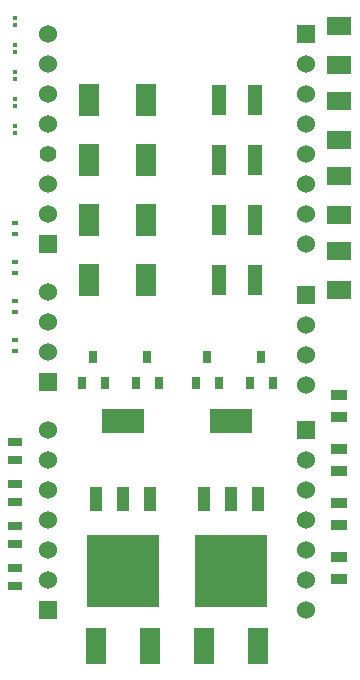
<source format=gbs>
G04 (created by PCBNEW (2013-07-07 BZR 4022)-stable) date 1/28/2014 6:44:28 PM*
%MOIN*%
G04 Gerber Fmt 3.4, Leading zero omitted, Abs format*
%FSLAX34Y34*%
G01*
G70*
G90*
G04 APERTURE LIST*
%ADD10C,0.00590551*%
%ADD11R,0.06X0.06*%
%ADD12C,0.06*%
%ADD13C,0.055*%
%ADD14R,0.065X0.12*%
%ADD15R,0.24X0.24*%
%ADD16R,0.0315X0.0394*%
%ADD17R,0.144X0.08*%
%ADD18R,0.04X0.08*%
%ADD19R,0.0236X0.0157*%
%ADD20R,0.015748X0.011811*%
%ADD21R,0.055X0.035*%
%ADD22R,0.08X0.06*%
%ADD23R,0.05X0.1*%
%ADD24R,0.045X0.025*%
%ADD25R,0.0709X0.1063*%
G04 APERTURE END LIST*
G54D10*
G54D11*
X83800Y-56400D03*
G54D12*
X83800Y-57400D03*
X83800Y-58400D03*
X83800Y-59400D03*
X83800Y-60400D03*
X83800Y-61400D03*
X83800Y-62400D03*
X83800Y-63400D03*
G54D11*
X75200Y-63400D03*
G54D12*
X75200Y-62400D03*
X75200Y-61400D03*
G54D13*
X75200Y-60400D03*
G54D12*
X75200Y-59400D03*
X75200Y-58400D03*
X75200Y-57400D03*
X75200Y-56400D03*
G54D11*
X83800Y-69600D03*
G54D12*
X83800Y-70600D03*
X83800Y-71600D03*
X83800Y-72600D03*
X83800Y-73600D03*
X83800Y-74600D03*
X83800Y-75600D03*
G54D11*
X75200Y-75600D03*
G54D12*
X75200Y-74600D03*
X75200Y-73600D03*
X75200Y-72600D03*
X75200Y-71600D03*
X75200Y-70600D03*
X75200Y-69600D03*
G54D11*
X83800Y-65100D03*
G54D12*
X83800Y-66100D03*
X83800Y-67100D03*
X83800Y-68100D03*
G54D11*
X75200Y-68000D03*
G54D12*
X75200Y-67000D03*
X75200Y-66000D03*
X75200Y-65000D03*
G54D14*
X78600Y-76800D03*
G54D15*
X77700Y-74300D03*
G54D14*
X76800Y-76800D03*
G54D16*
X76700Y-67167D03*
X76325Y-68033D03*
X77075Y-68033D03*
G54D17*
X77700Y-69300D03*
G54D18*
X77700Y-71900D03*
X76800Y-71900D03*
X78600Y-71900D03*
G54D19*
X74100Y-63077D03*
X74100Y-62723D03*
G54D20*
X74100Y-56118D03*
X74100Y-55881D03*
G54D21*
X84900Y-72775D03*
X84900Y-72025D03*
G54D22*
X84900Y-64950D03*
X84900Y-63650D03*
G54D23*
X80900Y-58600D03*
X82100Y-58600D03*
G54D14*
X82200Y-76800D03*
G54D15*
X81300Y-74300D03*
G54D14*
X80400Y-76800D03*
G54D17*
X81300Y-69300D03*
G54D18*
X81300Y-71900D03*
X80400Y-71900D03*
X82200Y-71900D03*
G54D16*
X78500Y-67167D03*
X78125Y-68033D03*
X78875Y-68033D03*
X80500Y-67167D03*
X80125Y-68033D03*
X80875Y-68033D03*
X82300Y-67167D03*
X81925Y-68033D03*
X82675Y-68033D03*
G54D20*
X74100Y-57018D03*
X74100Y-56781D03*
X74100Y-57918D03*
X74100Y-57681D03*
X74100Y-58581D03*
X74100Y-58818D03*
X74100Y-59718D03*
X74100Y-59481D03*
G54D19*
X74100Y-64023D03*
X74100Y-64377D03*
X74100Y-65323D03*
X74100Y-65677D03*
X74100Y-66623D03*
X74100Y-66977D03*
G54D24*
X74100Y-70600D03*
X74100Y-70000D03*
X74100Y-71400D03*
X74100Y-72000D03*
X74100Y-72800D03*
X74100Y-73400D03*
X74100Y-74800D03*
X74100Y-74200D03*
G54D21*
X84900Y-74575D03*
X84900Y-73825D03*
X84900Y-69175D03*
X84900Y-68425D03*
X84900Y-70225D03*
X84900Y-70975D03*
G54D22*
X84900Y-62450D03*
X84900Y-61150D03*
X84900Y-59950D03*
X84900Y-58650D03*
X84900Y-57450D03*
X84900Y-56150D03*
G54D25*
X76555Y-58600D03*
X78445Y-58600D03*
X76555Y-60600D03*
X78445Y-60600D03*
X76555Y-62600D03*
X78445Y-62600D03*
X76555Y-64600D03*
X78445Y-64600D03*
G54D23*
X80900Y-60600D03*
X82100Y-60600D03*
X80900Y-62600D03*
X82100Y-62600D03*
X80900Y-64600D03*
X82100Y-64600D03*
M02*

</source>
